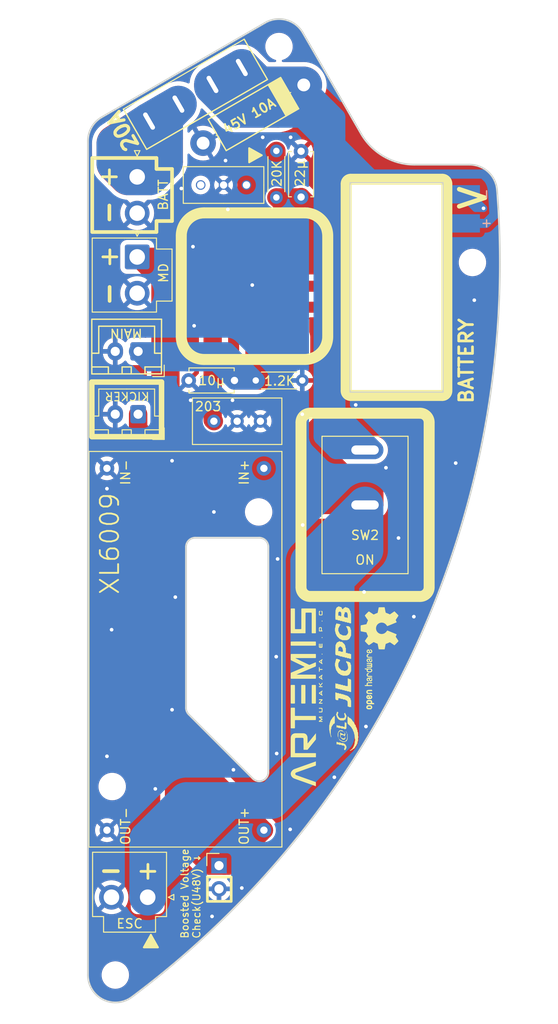
<source format=kicad_pcb>
(kicad_pcb (version 20221018) (generator pcbnew)
  (layers (0 "F.Cu" signal) (31 "B.Cu" signal) (34 "B.Paste" user) (35 "F.Paste" user) (36 "B.SilkS" user "B.Silkscreen") (37 "F.SilkS" user "F.Silkscreen") (38 "B.Mask" user) (39 "F.Mask" user) (44 "Edge.Cuts" user))
  (net 0 "")
  (net 1 "Net-(BT1-+)")
  (net 2 "GND")
  (net 3 "+12V")
  (net 4 "+5V")
  (net 5 "Net-(D1-K)")
  (net 6 "+48V")
  (net 7 "Net-(U1-ON{slash}OFF_CTRL)")
  (net 8 "Net-(U1-TRIM)")
  (footprint "Diode_THT:D_5W_P12.70mm_Horizontal" (layer "F.Cu") (at 155.105262 54.991 -150)
    (fp_text reference "D1" hide)
    (fp_text value "D_Shockley" hide)
  )
  (footprint "_Others:DCDC-murata-6A" (layer "F.Cu") (at 143.633 70.862 -90)
    (fp_text reference "U1" hide)
    (fp_text value "OKL-T_6-W12N-C" hide)
  )
  (footprint "Connector_JST:JST_XH_B2B-XH-A_1x02_P2.50mm_Vertical" (layer "F.Cu") (at 137.009 90.932 180)
    (fp_text reference "J1" hide)
    (fp_text value "Conn_01x02_Socket" hide)
  )
  (footprint "_Others:DS-850k" (layer "F.Cu") (at 161.798 100.838 -90)
    (fp_text reference "SW2")
    (fp_text value "SW_DIP_x01" hide)
  )
  (footprint "Connector_JST:JST_VH_B2P-VH-B_1x02_P3.96mm_Vertical" (layer "F.Cu") (at 136.906 73.764 -90)
    (fp_text reference "J2" hide)
    (fp_text value "Conn_01x02_Socket" hide)
  )
  (footprint "MountingHole:MountingHole_2.5mm" (layer "F.Cu") (at 152.4 50.8)
    (fp_text reference "REF**" hide)
    (fp_text value "MountingHole_2.5mm" hide)
  )
  (footprint "Connector_JST:JST_VH_B2P-VH-B_1x02_P3.96mm_Vertical" (layer "F.Cu") (at 138.0539 143.6536 180)
    (fp_text reference "J2" hide)
    (fp_text value "Conn_01x02_Socket" hide)
  )
  (footprint "Capacitor_THT:C_Disc_D4.7mm_W2.5mm_P5.00mm" (layer "F.Cu") (at 147.534 87.249 180)
    (fp_text reference "C2" hide)
    (fp_text value "10μ" hide)
  )
  (footprint "Resistor_THT:R_Axial_DIN0204_L3.6mm_D1.6mm_P5.08mm_Horizontal" (layer "F.Cu") (at 152.113 67.27 90)
    (fp_text reference "R1" hide)
    (fp_text value "20K" hide)
  )
  (footprint "_Others:JLCPCB" (layer "F.Cu") (at 159.512 119.888 90)
    (fp_text reference "G***" hide)
    (fp_text value "LOGO" hide)
  )
  (footprint "MountingHole:MountingHole_2.5mm" (layer "F.Cu") (at 173.5328 74.3712)
    (fp_text reference "REF**" hide)
    (fp_text value "MountingHole_2.5mm" hide)
  )
  (footprint "Resistor_THT:R_Axial_DIN0204_L3.6mm_D1.6mm_P5.08mm_Horizontal" (layer "F.Cu") (at 149.86 87.249)
    (fp_text reference "R2" hide)
    (fp_text value "1.2K" hide)
  )
  (footprint "Voltage_Counter:voltage_counter" (layer "F.Cu") (at 160.161 77.089 90)
    (fp_text reference "MES1" hide)
    (fp_text value "Voltmeter_DC" hide)
    (fp_line (start -11.43 0) (end 0 0) (stroke (width 0.12)) (layer "Edge.Cuts"))
    (fp_line (start -11.43 10.16) (end -11.43 0) (stroke (width 0.12)) (layer "Edge.Cuts"))
    (fp_line (start 0 0) (end 11.43 0) (stroke (width 0.12)) (layer "Edge.Cuts"))
    (fp_line (start 0 10.16) (end -11.43 10.16) (stroke (width 0.12)) (layer "Edge.Cuts"))
    (fp_line (start 11.43 0) (end 11.43 10.16) (stroke (width 0.12)) (layer "Edge.Cuts"))
    (fp_line (start 11.43 10.16) (end 0 10.16) (stroke (width 0.12)) (layer "Edge.Cuts"))
  )
  (footprint "Artemis_Logo:Artemis_Logo" (layer "F.Cu") (at 154.94 123.19 90)
    (fp_text reference "G***" hide)
    (fp_text value "LOGO" hide)
  )
  (footprint "Potentiometer_THT:Potentiometer_Bourns_3296W_Vertical" (layer "F.Cu") (at 150.368 91.694)
    (fp_text reference "RV1" hide)
    (fp_text value "R_Potentiometer_Trim_US" hide)
  )
  (footprint "Capacitor_THT:C_Disc_D4.7mm_W2.5mm_P5.00mm" (layer "F.Cu") (at 154.813 67.23 90)
    (fp_text reference "C1" hide)
    (fp_text value "22μ" hide)
  )
  (footprint "Fuse_Socket:fuse_socket" (layer "F.Cu") (at 141.999751 53.811295 30)
    (fp_text reference "F1" hide)
    (fp_text value "Fuse" hide)
  )
  (footprint "Connector_PinHeader_2.54mm:PinHeader_1x02_P2.54mm_Vertical" (layer "F.Cu") (at 145.8468 140.203)
    (fp_text reference "J4" hide)
    (fp_text value "Conn_01x02_Socket" hide)
  )
  (footprint "Symbol:OSHW-Logo2_7.3x6mm_SilkScreen" (layer "F.Cu") (at 164.084 114.3 90)
    (fp_text reference "REF**" hide)
    (fp_text value "OSHW-Logo2_7.3x6mm_SilkScreen" hide)
  )
  (footprint "_Others:SW_S" (layer "F.Cu") (at 146.344 65.913 180)
    (fp_text reference "SW1" hide)
    (fp_text value "SW_DIP_x01" hide)
  )
  (footprint "MountingHole:MountingHole_2.5mm" (layer "F.Cu") (at 134.5184 152.146)
    (fp_text reference "REF**" hide)
    (fp_text value "MountingHole_2.5mm" hide)
  )
  (footprint "Connector_JST:JST_XH_B2B-XH-A_1x02_P2.50mm_Vertical" (layer "F.Cu") (at 137.009 84.074 180)
    (fp_text reference "J3" hide)
    (fp_text value "Conn_01x02_Socket" hide)
  )
  (footprint "XL6009:XL6009-Module" (layer "F.Cu") (at 131.6355 94.996 -90)
    (fp_text reference "U2" hide)
    (fp_text value "XL6009-Module")
  )
  (footprint "Connector_JST:JST_VH_B2P-VH_1x02_P3.96mm_Vertical" (layer "F.Cu") (at 136.906 65.024 -90)
    (fp_text reference "BT1" hide)
    (fp_text value "Battery" hide)
  )
  (gr_line (start 140.716 69.844) (end 139.016 69.844) (stroke (width 0.4)) (layer "F.SilkS"))
  (gr_poly (pts (xy 141.224 71.455) (xy 141.605 69.977) (xy 142.367 69.088) (xy 143.256 68.707) (xy 144.224 68.455) (xy 144.224 69.455) (xy 143.256 69.596) (xy 142.621 70.231) (xy 142.24 70.866) (xy 142.224 71.455)) (stroke (width 0.15)) (fill solid) (layer "F.SilkS"))
  (gr_poly (pts (xy 157.224 82.455) (xy 158.224 82.455) (xy 157.861 83.82) (xy 157.226 84.582) (xy 156.337 85.217) (xy 155.224 85.455) (xy 155.224 84.455) (xy 156.083 84.328) (xy 156.845 83.693) (xy 157.226 83.058)) (stroke (width 0.15)) (fill solid) (layer "F.SilkS"))
  (gr_line (start 132.709 81.324) (end 138.809 81.324) (stroke (width 0.15)) (layer "F.SilkS"))
  (gr_line (start 155.224 68.455) (end 144.224 68.455) (stroke (width 0.2)) (layer "F.SilkS"))
  (gr_line (start 139.016 71.044) (end 131.996 71.044) (stroke (width 0.4)) (layer "F.SilkS"))
  (gr_line (start 137.940637 62.020704) (end 151.138865 54.400704) (stroke (width 0.15)) (layer "F.SilkS"))
  (gr_poly (pts (xy 144.224 85.455) (xy 144.224 84.455) (xy 143.129 84.328) (xy 143.002 84.074) (xy 142.494 83.693) (xy 142.24 82.931) (xy 142.224 82.455) (xy 141.224 82.455) (xy 141.478 83.439) (xy 141.986 84.328) (xy 142.621 84.963) (xy 143.383 85.344)) (stroke (width 0.15)) (fill solid) (layer "F.SilkS"))
  (gr_line (start 141.224 71.455) (end 141.224 82.455) (stroke (width 0.2)) (layer "F.SilkS"))
  (gr_arc (start 142.224 71.455) (mid 142.809787 70.040787) (end 144.224 69.455) (stroke (width 0.2)) (layer "F.SilkS"))
  (gr_line (start 157.224 71.455) (end 157.224 82.455) (stroke (width 0.2)) (layer "F.SilkS"))
  (gr_line (start 131.949 80.564) (end 131.949 86.534) (stroke (width 0.15)) (layer "F.SilkS"))
  (gr_arc (start 157.224 82.455) (mid 156.638214 83.869214) (end 155.224 84.455) (stroke (width 0.2)) (layer "F.SilkS"))
  (gr_line (start 140.716 64.164) (end 140.716 69.844) (stroke (width 0.4)) (layer "F.SilkS"))
  (gr_line (start 138.809 84.274) (end 139.559 84.274) (stroke (width 0.15)) (layer "F.SilkS"))
  (gr_line (start 144.224 85.455) (end 155.224 85.455) (stroke (width 0.2)) (layer "F.SilkS"))
  (gr_arc (start 155.224 69.455) (mid 156.638214 70.040786) (end 157.224 71.455) (stroke (width 0.2)) (layer "F.SilkS"))
  (gr_line (start 131.949 86.534) (end 139.559 86.524) (stroke (width 0.15)) (layer "F.SilkS"))
  (gr_line (start 144.663265 58.74493) (end 146.633265 62.15707) (stroke (width 0.15)) (layer "F.SilkS"))
  (gr_line (start 139.569 87.422) (end 139.569 93.392) (stroke (width 0.6)) (layer "F.SilkS"))
  (gr_line (start 131.959 85.774) (end 133.759 85.774) (stroke (width 0.15)) (layer "F.SilkS"))
  (gr_line (start 138.809 81.324) (end 138.809 84.274) (stroke (width 0.15)) (layer "F.SilkS"))
  (gr_line (start 144.224 69.455) (end 155.224 69.455) (stroke (width 0.2)) (layer "F.SilkS"))
  (gr_line (start 151.138865 54.400704) (end 148.598865 50.001295) (stroke (width 0.15)) (layer "F.SilkS"))
  (gr_line (start 139.016 62.964) (end 139.016 64.164) (stroke (width 0.4)) (layer "F.SilkS"))
  (gr_line (start 135.400637 57.621295) (end 137.940637 62.020704) (stroke (width 0.15)) (layer "F.SilkS"))
  (gr_line (start 136.259 85.774) (end 135.259 85.774) (stroke (width 0.15)) (layer "F.SilkS"))
  (gr_line (start 131.949 87.422) (end 139.569 87.422) (stroke (width 0.6)) (layer "F.SilkS"))
  (gr_poly (pts (xy 155.224 84.455) (xy 155.224 85.455) (xy 144.224 85.455) (xy 144.224 84.455)) (stroke (width 0.15)) (fill solid) (layer "F.SilkS"))
  (gr_line (start 131.959 84.274) (end 132.709 84.274) (stroke (width 0.15)) (layer "F.SilkS"))
  (gr_line (start 158.224 82.455) (end 158.224 71.455) (stroke (width 0.2)) (layer "F.SilkS"))
  (gr_line (start 139.016 64.164) (end 140.716 64.164) (stroke (width 0.4)) (layer "F.SilkS"))
  (gr_poly (pts (xy 144.224 68.455) (xy 144.224 69.455) (xy 155.224 69.455) (xy 155.224 68.455)) (stroke (width 0.15)) (fill solid) (layer "F.SilkS"))
  (gr_line (start 142.224 82.455) (end 142.224 71.455) (stroke (width 0.2)) (layer "F.SilkS"))
  (gr_arc (start 144.224 85.455) (mid 142.10268 84.57632) (end 141.224 82.455) (stroke (width 0.2)) (layer "F.SilkS"))
  (gr_line (start 139.569 80.564) (end 131.949 80.564) (stroke (width 0.15)) (layer "F.SilkS"))
  (gr_poly (pts (xy 151.214747 54.96243) (xy 152.578737 54.17493) (xy 154.548737 57.58707) (xy 153.184747 58.37457)) (stroke (width 0.15)) (fill solid) (layer "F.SilkS"))
  (gr_poly (pts (xy 141.224 82.455) (xy 142.224 82.455) (xy 142.224 71.455) (xy 141.224 71.455)) (stroke (width 0.15)) (fill solid) (layer "F.SilkS"))
  (gr_rect (start 144.5768 141.443) (end 147.1768 144.103) (stroke (width 0.3)) (fill none) (layer "F.SilkS"))
  (gr_poly (pts (xy 157.224 71.455) (xy 157.224 82.455) (xy 158.224 82.455) (xy 158.224 71.455)) (stroke (width 0.15)) (fill solid) (layer "F.SilkS"))
  (gr_line (start 131.996 71.044) (end 131.996 62.964) (stroke (width 0.4)) (layer "F.SilkS"))
  (gr_arc (start 155.224 68.455) (mid 157.34532 69.33368) (end 158.224 71.455) (stroke (width 0.2)) (layer "F.SilkS"))
  (gr_line (start 146.633265 62.15707) (end 153.184747 58.37457) (stroke (width 0.15)) (layer "F.SilkS"))
  (gr_line (start 151.214747 54.96243) (end 144.663265 58.74493) (stroke (width 0.15)) (layer "F.SilkS"))
  (gr_line (start 133.759 85.774) (end 133.759 86.524) (stroke (width 0.15)) (layer "F.SilkS"))
  (gr_line (start 136.259 86.524) (end 136.259 85.774) (stroke (width 0.15)) (layer "F.SilkS"))
  (gr_line (start 135.259 85.774) (end 135.259 86.524) (stroke (width 0.15)) (layer "F.SilkS"))
  (gr_arc (start 141.224 71.455) (mid 142.10268 69.33368) (end 144.224 68.455) (stroke (width 0.2)) (layer "F.SilkS"))
  (gr_arc (start 144.224 84.455) (mid 142.809786 83.869214) (end 142.224 82.455) (stroke (width 0.2)) (layer "F.SilkS"))
  (gr_line (start 139.569 93.392) (end 131.959 93.382) (stroke (width 0.6)) (layer "F.SilkS"))
  (gr_line (start 132.709 84.274) (end 132.709 81.324) (stroke (width 0.15)) (layer "F.SilkS"))
  (gr_line (start 137.759 86.524) (end 137.759 85.774) (stroke (width 0.15)) (layer "F.SilkS"))
  (gr_line (start 131.959 93.382) (end 131.949 87.422) (stroke (width 0.6)) (layer "F.SilkS"))
  (gr_poly (pts (xy 155.224 69.455) (xy 155.224 68.455) (xy 156.337 68.707) (xy 157.226 69.215) (xy 157.734 69.85) (xy 158.115 70.612) (xy 158.224 71.455) (xy 157.224 71.455) (xy 157.099 70.739) (xy 156.845 70.104) (xy 156.21 69.596) (xy 155.575 69.469)) (stroke (width 0.15)) (fill solid) (layer "F.SilkS"))
  (gr_line (start 139.559 86.524) (end 139.569 80.564) (stroke (width 0.15)) (layer "F.SilkS"))
  (gr_line (start 137.759 85.774) (end 139.559 85.774) (stroke (width 0.15)) (layer "F.SilkS"))
  (gr_arc (start 158.224 82.455) (mid 157.34532 84.57632) (end 155.224 85.455) (stroke (width 0.2)) (layer "F.SilkS"))
  (gr_line (start 139.016 69.844) (end 139.016 71.044) (stroke (width 0.4)) (layer "F.SilkS"))
  (gr_line (start 155.224 84.455) (end 144.224 84.455) (stroke (width 0.2)) (layer "F.SilkS"))
  (gr_line (start 131.996 62.964) (end 139.016 62.964) (stroke (width 0.4)) (layer "F.SilkS"))
  (gr_line (start 142.24 105.41) (end 142.24 122.995786) (stroke (width 0.2)) (layer "Edge.Cuts"))
  (gr_line (start 142.532893 123.702893) (end 149.532893 130.702893) (stroke (width 0.2)) (layer "Edge.Cuts"))
  (gr_circle (center 134.528222 152.135823) (end 133.428222 152.135823) (stroke (width 0.2)) (fill none) (layer "Edge.Cuts"))
  (gr_arc (start 176.213402 66.457492) (mid 167.621797 115.641052) (end 136.322036 154.54045) (stroke (width 0.2)) (layer "Edge.Cuts"))
  (gr_arc (start 150.24 104.41) (mid 150.947107 104.702893) (end 151.24 105.41) (stroke (width 0.2)) (layer "Edge.Cuts"))
  (gr_line (start 173.222847 63.695354) (end 167.206352 63.695354) (stroke (width 0.2)) (layer "Edge.Cuts"))
  (gr_line (start 131.528222 61.118276) (end 131.528222 152.135823) (stroke (width 0.2)) (layer "Edge.Cuts"))
  (gr_arc (start 142.532893 123.702893) (mid 142.31612 123.37847) (end 142.24 122.995786) (stroke (width 0.2)) (layer "Edge.Cuts"))
  (gr_line (start 161.360681 60.320354) (end 154.998076 49.3) (stroke (width 0.2)) (layer "Edge.Cuts"))
  (gr_arc (start 136.322036 154.54045) (mid 133.183128 154.817375) (end 131.528222 152.135823) (stroke (width 0.2)) (layer "Edge.Cuts"))
  (gr_arc (start 131.528222 61.118276) (mid 131.930146 59.618276) (end 133.028222 58.520199) (stroke (width 0.2)) (layer "Edge.Cuts"))
  (gr_arc (start 173.222847 63.695354) (mid 175.258334 64.49154) (end 176.213402 66.457492) (stroke (width 0.2)) (layer "Edge.Cuts"))
  (gr_line (start 150.24 104.41) (end 143.24 104.41) (stroke (width 0.2)) (layer "Edge.Cuts"))
  (gr_line (start 151.24 129.995786) (end 151.24 105.41) (stroke (width 0.2)) (layer "Edge.Cuts"))
  (gr_line (start 150.9 48.201923) (end 133.028222 58.520199) (stroke (width 0.2)) (layer "Edge.Cuts"))
  (gr_circle (center 152.4 50.8) (end 151.3 50.8) (stroke (width 0.2)) (fill none) (layer "Edge.Cuts"))
  (gr_circle (center 173.528222 74.386225) (end 172.428222 74.386225) (stroke (width 0.2)) (fill none) (layer "Edge.Cuts"))
  (gr_arc (start 167.206352 63.695354) (mid 163.831352 62.791025) (end 161.360681 60.320354) (stroke (width 0.2)) (layer "Edge.Cuts"))
  (gr_arc (start 142.24 105.41) (mid 142.532893 104.702893) (end 143.24 104.41) (stroke (width 0.2)) (layer "Edge.Cuts"))
  (gr_arc (start 150.9 48.201923) (mid 153.176457 47.902222) (end 154.998076 49.3) (stroke (width 0.2)) (layer "Edge.Cuts"))
  (gr_arc (start 151.24 129.995786) (mid 150.622683 130.919666) (end 149.532893 130.702893) (stroke (width 0.2)) (layer "Edge.Cuts"))
  (gr_text "MAIN" (at 137.5664 81.534 -180) (layer "F.SilkS") (effects (font (size 1 1)) (justify left bottom)))
  (gr_text "BATT" (at 140.335 68.7832 90) (layer "F.SilkS") (effects (font (size 1 1)) (justify left bottom)))
  (gr_text "▼" (at 150.744 63.913 90) (layer "F.SilkS") (effects (font (size 1.8 1.8) (thickness 0.2) bold) (justify left bottom)))
  (gr_text "203" (at 143.129 90.678) (layer "F.SilkS") (effects (font (size 1 1)) (justify left bottom)))
  (gr_text "▼" (at 139.6492 147.5232 180) (layer "F.SilkS") (effects (font (size 1.8 1.8) (thickness 0.2) bold) (justify left bottom)))
  (gr_text "MD" (at 140.3675 76.6826 90) (layer "F.SilkS") (effects (font (size 1 1)) (justify left bottom)))
  (gr_text "20A" (at 137.3632 61.6712 120) (layer "F.SilkS") (effects (font (size 1.6 1.6) (thickness 0.35) bold) (justify left bottom)))
  (gr_text "-" (at 135.5344 139.7762 180) (layer "F.SilkS") (effects (font (size 2 2) (thickness 0.4) bold) (justify left bottom)))
  (gr_text "V" (at 175.26 68.834 90) (layer "F.SilkS") (effects (font (size 2.8 2.8) (thickness 0.5) bold) (justify left bottom)))
  (gr_text "45V 10A" (at 146.6088 60.5536 30) (layer "F.SilkS") (effects (font (size 1 1) (thickness 0.2) bold) (justify left bottom)))
  (gr_text "1.2K" (at 150.6728 87.884) (layer "F.SilkS") (effects (font (size 1 1)) (justify left bottom)))
  (gr_text "-" (at 132.8674 76.3016 -90) (layer "F.SilkS") (effects (font (size 2 2) (thickness 0.4) bold) (justify left bottom)))
  (gr_text "KICKER" (at 138.3284 88.4428 -180) (layer "F.SilkS") (effects (font (size 0.9 0.9) (thickness 0.14)) (justify left bottom)))
  (gr_text "+" (at 132.4864 74.7776) (layer "F.SilkS") (effects (font (size 2 2) (thickness 0.3)) (justify left bottom)))
  (gr_text "+" (at 137.0584 139.3952 -90) (layer "F.SilkS") (effects (font (size 2 2) (thickness 0.3)) (justify left bottom)))
  (gr_text "10μ" (at 143.51 87.8332) (layer "F.SilkS") (effects (font (size 1 1)) (justify left bottom)))
  (gr_text "Boosted Voltage\nCheck(U48V) ↓" (at 143.8656 148.2344 90) (layer "F.SilkS") (effects (font (size 0.8 0.8) (thickness 0.13)) (justify left bottom)))
  (gr_text "-" (at 132.842 67.4116 -90) (layer "F.SilkS") (effects (font (size 2 2) (thickness 0.4) bold) (justify left bottom)))
  (gr_text "22μ" (at 155.2956 66.1924 90) (layer "F.SilkS") (effects (font (size 1 1)) (justify left bottom)))
  (gr_text "BATTERY" (at 173.736 89.916 90) (layer "F.SilkS") (effects (font (size 1.5 1.5) (thickness 0.3) bold) (justify left bottom)))
  (gr_text "ESC" (at 134.56 147.126) (layer "F.SilkS") (effects (font (size 1 1)) (justify left bottom)))
  (gr_text "+" (at 132.4356 66.04) (layer "F.SilkS") (effects (font (size 2 2) (thickness 0.3)) (justify left bottom)))
  (gr_text "20K" (at 152.7556 66.1924 90) (layer "F.SilkS") (effects (font (size 1 1)) (justify left bottom)))
  (segment (start 136.906 65.024) (end 136.906 60.233502) (width 4) (layer "F.Cu") (net 1))
  (segment (start 136.906 65.024) (end 135.89 65.024) (width 4) (layer "F.Cu") (net 1))
  (segment (start 139.9032 58.590596) (end 139.9032 63.3984) (width 4) (layer "F.Cu") (net 1))
  (segment (start 138.203502 58.936) (end 141.407796 57.086) (width 4) (layer "F.Cu") (net 1))
  (segment (start 141.407796 57.086) (end 139.9032 58.590596) (width 4) (layer "F.Cu") (net 1))
  (segment (start 135.89 65.024) (end 134.4676 63.6016) (width 4) (layer "F.Cu") (net 1))
  (segment (start 134.4676 63.6016) (end 134.4676 61.3664) (width 4) (layer "F.Cu") (net 1))
  (segment (start 134.4676 61.3664) (end 138.203502 58.936) (width 4) (layer "F.Cu") (net 1))
  (segment (start 139.9032 63.3984) (end 138.2776 65.024) (width 4) (layer "F.Cu") (net 1))
  (segment (start 136.906 60.233502) (end 138.203502 58.936) (width 4) (layer "F.Cu") (net 1))
  (segment (start 138.2776 65.024) (end 136.906 65.024) (width 4) (layer "F.Cu") (net 1))
  (segment (start 139.898051 63.403549) (end 139.898051 60.8584) (width 4) (layer "B.Cu") (net 1))
  (segment (start 141.407796 57.086) (end 139.898051 58.595745) (width 4) (layer "B.Cu") (net 1))
  (segment (start 138.203502 58.936) (end 139.898051 57.957651) (width 4) (layer "B.Cu") (net 1))
  (segment (start 136.906 65.024) (end 135.9408 65.024) (width 4) (layer "B.Cu") (net 1))
  (segment (start 138.2776 65.024) (end 139.898051 63.403549) (width 4) (layer "B.Cu") (net 1))
  (segment (start 136.906 60.233502) (end 138.203502 58.936) (width 4) (layer "B.Cu") (net 1))
  (segment (start 136.906 65.024) (end 138.2776 65.024) (width 4) (layer "B.Cu") (net 1))
  (segment (start 139.898051 57.957651) (end 141.407796 57.086) (width 4) (layer "B.Cu") (net 1))
  (segment (start 136.906 65.024) (end 136.906 60.233502) (width 4) (layer "B.Cu") (net 1))
  (segment (start 135.9408 65.024) (end 134.4676 63.5508) (width 4) (layer "B.Cu") (net 1))
  (segment (start 139.898051 58.595745) (end 139.898051 60.8584) (width 4) (layer "B.Cu") (net 1))
  (segment (start 139.898051 60.8584) (end 139.898051 57.957651) (width 4) (layer "B.Cu") (net 1))
  (segment (start 134.4676 61.4172) (end 138.203502 58.936) (width 4) (layer "B.Cu") (net 1))
  (segment (start 134.4676 63.5508) (end 134.4676 61.4172) (width 4) (layer "B.Cu") (net 1))
  (via (at 152.146 127.9652) (size 0.8) (drill 0.4) (layers "F.Cu" "B.Cu") (net 2))
  (via (at 161.8996 125.0188) (size 0.8) (drill 0.4) (layers "F.Cu" "B.Cu") (net 2))
  (via (at 138.8872 131.826) (size 0.8) (drill 0.4) (layers "F.Cu" "B.Cu") (net 2))
  (via (at 143.002 72.644) (size 0.8) (drill 0.4) (layers "F.Cu" "B.Cu") (net 2))
  (via (at 153.67 60.706) (size 0.8) (drill 0.4) (layers "F.Cu" "B.Cu") (net 2))
  (via (at 173.736 78.486) (size 0.8) (drill 0.4) (layers "F.Cu" "B.Cu") (net 2))
  (via (at 174.74252 68.458551) (size 0.8) (drill 0.4) (layers "F.Cu" "B.Cu") (net 2))
  (via (at 140.716 123.19) (size 0.8) (drill 0.4) (layers "F.Cu" "B.Cu") (net 2))
  (via (at 145.288 101.6) (size 0.8) (drill 0.4) (layers "F.Cu" "B.Cu") (net 2))
  (via (at 164.084 96.774) (size 0.8) (drill 0.4) (layers "F.Cu" "B.Cu") (net 2))
  (via (at 133.604 99.06) (size 0.8) (drill 0.4) (layers "F.Cu" "B.Cu") (net 2))
  (via (at 160.782 89.916) (size 0.8) (drill 0.4) (layers "F.Cu" "B.Cu") (net 2))
  (via (at 149.479 76.835) (size 0.8) (drill 0.4) (layers "F.Cu" "B.Cu") (net 2))
  (via (at 141.0716 110.8964) (size 0.8) (drill 0.4) (layers "F.Cu" "B.Cu") (net 2))
  (via (at 152.0952 117.3988) (size 0.8) (drill 0.4) (layers "F.Cu" "B.Cu") (net 2))
  (via (at 140.716 96.012) (size 0.8) (drill 0.4) (layers "F.Cu" "B.Cu") (net 2))
  (via (at 146.812 68.58) (size 0.8) (drill 0.4) (layers "F.Cu" "B.Cu") (net 2))
  (via (at 153.6192 136.2456) (size 0.8) (drill 0.4) (layers "F.Cu" "B.Cu") (net 2))
  (via (at 145.0848 145.7452) (size 0.8) (drill 0.4) (layers "F.Cu" "B.Cu") (net 2))
  (via (at 165.4556 104.4448) (size 0.8) (drill 0.4) (layers "F.Cu" "B.Cu") (net 2))
  (via (at 142.748 89.408) (size 0.8) (drill 0.4) (layers "F.Cu" "B.Cu") (net 2))
  (via (at 141.732 66.294) (size 0.8) (drill 0.4) (layers "F.Cu" "B.Cu") (net 2))
  (via (at 148.336 142.6464) (size 0.8) (drill 0.4) (layers "F.Cu" "B.Cu") (net 2))
  (via (at 146.558 63.246) (size 0.8) (drill 0.4) (layers "F.Cu" "B.Cu") (net 2))
  (via (at 133.604 128.27) (size 0.8) (drill 0.4) (layers "F.Cu" "B.Cu") (net 2))
  (via (at 150.622 60.706) (size 0.8) (drill 0.4) (layers "F.Cu" "B.Cu") (net 2))
  (via (at 158.4452 130.556) (size 0.8) (drill 0.4) (layers "F.Cu" "B.Cu") (net 2))
  (via (at 143.129 81.28) (size 0.8) (drill 0.4) (layers "F.Cu" "B.Cu") (net 2))
  (via (at 152.2476 106.7308) (size 0.8) (drill 0.4) (layers "F.Cu" "B.Cu") (net 2))
  (via (at 154.9908 103.0224) (size 0.8) (drill 0.4) (layers "F.Cu" "B.Cu") (net 2))
  (via (at 171.704 96.266) (size 0.8) (drill 0.4) (layers "F.Cu" "B.Cu") (net 2))
  (via (at 154.94 90.932) (size 0.8) (drill 0.4) (layers "F.Cu" "B.Cu") (net 2))
  (via (at 167.132 113.03) (size 0.8) (drill 0.4) (layers "F.Cu" "B.Cu") (net 2))
  (via (at 134.112 114.4524) (size 0.8) (drill 0.4) (layers "F.Cu" "B.Cu") (net 2))
  (via (at 147.4216 129.7432) (size 0.8) (drill 0.4) (layers "F.Cu" "B.Cu") (net 2))
  (via (at 161.6964 110.3376) (size 0.8) (drill 0.4) (layers "F.Cu" "B.Cu") (net 2))
  (via (at 147.32 89.408) (size 0.8) (drill 0.4) (layers "F.Cu" "B.Cu") (net 2))
  (segment (start 172.353 66.929) (end 172.734 67.31) (width 0.8) (layer "B.Cu") (net 2))
  (segment (start 174.74252 68.458551) (end 173.882551 68.458551) (width 0.8) (layer "B.Cu") (net 2))
  (segment (start 173.212969 66.929) (end 174.74252 68.458551) (width 0.8) (layer "B.Cu") (net 2))
  (segment (start 172.734 67.31) (end 173.99 67.31) (width 0.8) (layer "B.Cu") (net 2))
  (segment (start 173.882551 68.458551) (end 172.353 66.929) (width 0.8) (layer "B.Cu") (net 2))
  (segment (start 172.353 66.929) (end 173.212969 66.929) (width 0.8) (layer "B.Cu") (net 2))
  (segment (start 158.5976 97.6376) (end 161.798 100.838) (width 2) (layer "F.Cu") (net 3))
  (segment (start 156.8704 73.1012) (end 156.8704 69.2912) (width 2) (layer "F.Cu") (net 3))
  (segment (start 136.906 73.764) (end 140.534 77.392) (width 2) (layer "F.Cu") (net 3))
  (segment (start 152.68725 98.77275) (end 156.54805 98.77275) (width 2) (layer "F.Cu") (net 3))
  (segment (start 158.1404 92.4052) (end 158.1404 93.2688) (width 2) (layer "F.Cu") (net 3))
  (segment (start 156.54805 98.77275) (end 156.7337 98.9584) (width 2) (layer "F.Cu") (net 3))
  (segment (start 155.8309 68.2479) (end 156.8704 69.2874) (width 2) (layer "F.Cu") (net 3))
  (segment (start 140.5636 74.2696) (end 140.058 73.764) (width 2) (layer "F.Cu") (net 3))
  (segment (start 154.94 95.6056) (end 155.0924 95.4532) (width 2) (layer "F.Cu") (net 3))
  (segment (start 150.752 96.8375) (end 144.4371 96.8375) (width 2) (layer "F.Cu") (net 3))
  (segment (start 140.058 73.764) (end 136.906 73.764) (width 2) (layer "F.Cu") (net 3))
  (segment (start 161.798 100.838) (end 162.814 100.838) (width 2) (layer "F.Cu") (net 3))
  (segment (start 136.906 73.764) (end 139.4484 73.764) (width 2) (layer "F.Cu") (net 3))
  (segment (start 155.0162 69.0626) (end 155.0162 71.6534) (width 2) (layer "F.Cu") (net 3))
  (segment (start 156.8704 69.2874) (end 156.8704 69.2912) (width 2) (layer "F.Cu") (net 3))
  (segment (start 156.840056 74.672) (end 158.1404 75.972344) (width 2) (layer "F.Cu") (net 3))
  (segment (start 158.3944 100.838) (end 154.7525 100.838) (width 2) (layer "F.Cu") (net 3))
  (segment (start 154.813 67.23) (end 155.8309 68.2479) (width 2) (layer "F.Cu") (net 3))
  (segment (start 156.6672 73.3044) (end 156.8704 73.1012) (width 2) (layer "F.Cu") (net 3))
  (segment (start 144.344 94.1832) (end 140.534 90.3732) (width 2) (layer "F.Cu") (net 3))
  (segment (start 154.7368 94.1832) (end 144.344 94.1832) (width 2) (layer "F.Cu") (net 3))
  (segment (start 158.1404 70.5612) (end 158.1404 75.972344) (width 2) (layer "F.Cu") (net 3))
  (segment (start 154.7525 100.838) (end 153.72865 99.81415) (width 2) (layer "F.Cu") (net 3))
  (segment (start 154.813 67.23) (end 154.813 71.4502) (width 2) (layer "F.Cu") (net 3))
  (segment (start 144.4371 96.8375) (end 145.6944 98.0948) (width 2) (layer "F.Cu") (net 3))
  (segment (start 158.1404 96.0628) (end 159.8676 97.79) (width 2) (layer "F.Cu") (net 3))
  (segment (start 154.313 71.362) (end 154.313 69.47) (width 2) (layer "F.Cu") (net 3))
  (segment (start 161.8996 97.79) (end 159.8676 97.79) (width 2) (layer "F.Cu") (net 3))
  (segment (start 144.4371 96.8375) (end 143.2052 95.6056) (width 2) (layer "F.Cu") (net 3))
  (segment (start 157.7975 96.8375) (end 158.1404 97.1804) (width 2) (layer "F.Cu") (net 3))
  (segment (start 161.798 100.838) (end 158.3944 100.838) (width 2) (layer "F.Cu") (net 3))
  (segment (start 155.8036 93.1164) (end 155.0924 93.8276) (width 2) (layer "F.Cu") (net 3))
  (segment (start 156.54805 98.77275) (end 158.1404 97.1804) (width 2) (layer "F.Cu") (net 3))
  (segment (start 155.0924 95.4532) (end 155.0924 96.8375) (width 2) (layer "F.Cu") (net 3))
  (segment (start 155.8309 68.2479) (end 155.0162 69.0626) (width 2) (layer "F.Cu") (net 3))
  (segment (start 155.0924 96.8375) (end 156.1592 96.8375) (width 2) (layer "F.Cu") (net 3))
  (segment (start 156.7337 98.9584) (end 159.4104 98.9584) (width 2) (layer "F.Cu") (net 3))
  (segment (start 159.4104 97.79) (end 159.4104 98.9584) (width 2) (layer "F.Cu") (net 3))
  (segment (start 145.6944 98.0948) (end 152.0093 98.0948) (width 2) (layer "F.Cu") (net 3))
  (segment (start 155.0162 71.6534) (end 156.6672 73.3044) (width 2) (layer "F.Cu") (net 3))
  (segment (start 162.814 100.838) (end 162.814 98.7044) (width 2) (layer "F.Cu") (net 3))
  (segment (start 154.313 73.652) (end 155.333 74.672) (width 2) (layer "F.Cu") (net 3))
  (segment (start 155.0924 93.8276) (end 155.0924 95.4532) (width 2) (layer "F.Cu") (net 3))
  (segment (start 159.8676 97.79) (end 159.4104 97.79) (width 2) (layer "F.Cu") (net 3))
  (segment (start 156.8704 69.2912) (end 158.1404 70.5612) (width 2) (layer "F.Cu") (net 3))
  (segment (start 156.85135 94.16415) (end 155.8036 93.1164) (width 2) (layer "F.Cu") (net 3))
  (segment (start 154.313 71.362) (end 154.313 67.73) (width 2) (layer "F.Cu") (net 3))
  (segment (start 159.4104 97.79) (end 158.75 97.79) (width 2) (layer "F.Cu") (net 3))
  (segment (start 158.1404 93.2688) (end 158.1404 97.1804) (width 2) (layer "F.Cu") (net 3))
  (segment (start 158.1404 93.2688) (end 158.1404 96.0628) (width 2) (layer "F.Cu") (net 3))
  (segment (start 158.75 97.79) (end 158.5976 97.6376) (width 2) (layer "F.Cu") (net 3))
  (segment (start 140.534 90.3732) (end 140.534 92.9344) (width 2) (layer "F.Cu") (net 3))
  (segment (start 158.1404 90.7796) (end 154.7368 94.1832) (width 2) (layer "F.Cu") (net 3))
  (segment (start 159.4104 99.822) (end 159.40255 99.81415) (width 2) (layer "F.Cu") (net 3))
  (segment (start 143.2052 95.6056) (end 154.94 95.6056) (width 2) (layer "F.Cu") (net 3))
  (segment (start 158.1404 94.8563) (end 156.85135 96.14535) (width 2) (layer "F.Cu") (net 3))
  (segment (start 155.333 74.672) (end 156.840056 74.672) (width 2) (layer "F.Cu") (net 3))
  (segment (start 159.40255 99.81415) (end 153.72865 99.81415) (width 2) (layer "F.Cu") (net 3))
  (segment (start 152.113 67.27) (end 154.773 67.27) (width 2) (layer "F.Cu") (net 3))
  (segment (start 154.313 67.73) (end 154.813 67.23) (width 2) (layer "F.Cu") (net 3))
  (segment (start 162.814 98.7044) (end 162.3314 98.2218) (width 2) (layer "F.Cu") (net 3))
  (segment (start 159.4104 98.9584) (end 161.5948 98.9584) (width 2) (layer "F.Cu") (net 3))
  (segment (start 140.534 92.9344) (end 141.097 93.4974) (width 2) (layer "F.Cu") (net 3))
  (segment (start 153.72865 99.81415) (end 152.68725 98.77275) (width 2) (layer "F.Cu") (net 3))
  (segment (start 140.5636 74.8792) (end 140.5636 74.2696) (width 2) (layer "F.Cu") (net 3))
  (segment (start 158.1404 71.12) (end 158.1404 88.9508) (width 2) (layer "F.Cu") (net 3))
  (segment (start 159.4104 99.822) (end 158.3944 100.838) (width 2) (layer "F.Cu") (net 3))
  (segment (start 140.534 77.392) (end 140.5636 77.3624) (width 2) (layer "F.Cu") (net 3))
  (segment (start 156.85135 96.14535) (end 156.1592 96.8375) (width 2) (layer "F.Cu") (net 3))
  (segment (start 140.534 77.392) (end 140.534 90.3732) (width 2) (layer "F.Cu") (net 3))
  (segment (start 156.85135 96.14535) (end 156.85135 94.16415) (width 2) (layer "F.Cu") (net 3))
  (segment (start 156.1592 96.8375) (end 157.7975 96.8375) (width 2) (layer "F.Cu") (net 3))
  (segment (start 139.4484 73.764) (end 140.5636 74.8792) (width 2) (layer "F.Cu") (net 3))
  (segment (start 140.5636 77.3624) (end 140.5636 74.2696) (width 2) (layer "F.Cu") (net 3))
  (segment (start 158.1404 97.1804) (end 158.5976 97.6376) (width 2) (layer "F.Cu") (net 3))
  (segment (start 152.0093 98.0948) (end 152.68725 98.77275) (width 2) (layer "F.Cu") (net 3))
  (segment (start 158.1404 92.4052) (end 158.1404 94.8563) (width 2) (layer "F.Cu") (net 3))
  (segment (start 161.5948 98.9584) (end 162.3314 98.2218) (width 2) (layer "F.Cu") (net 3))
  (segment (start 158.1404 88.9508) (end 158.1404 92.4052) (width 2) (layer "F.Cu") (net 3))
  (segment (start 158.1404 90.7796) (end 155.8036 93.1164) (width 2) (layer "F.Cu") (net 3))
  (segment (start 139.456 76.314) (end 136.906 73.764) (width 2) (layer "F.Cu") (net 3))
  (segment (start 162.3314 98.2218) (end 161.8996 97.79) (width 2) (layer "F.Cu") (net 3))
  (segment (start 154.773 67.27) (end 154.813 67.23) (width 2) (layer "F.Cu") (net 3))
  (segment (start 154.813 71.4502) (end 155.0162 71.6534) (width 2) (layer "F.Cu") (net 3))
  (segment (start 139.456 91.8564) (end 139.456 76.314) (width 2) (layer "F.Cu") (net 3))
  (segment (start 150.752 96.8375) (end 155.0924 96.8375) (width 2) (layer "F.Cu") (net 3))
  (segment (start 152.68725 98.77275) (end 150.752 96.8375) (width 2) (layer "F.Cu") (net 3))
  (segment (start 154.313 69.47) (end 152.113 67.27) (width 2) (layer "F.Cu") (net 3))
  (segment (start 154.313 69.47) (end 154.313 73.652) (width 2) (layer "F.Cu") (net 3))
  (segment (start 143.2052 95.6056) (end 139.456 91.8564) (width 2) (layer "F.Cu") (net 3))
  (segment (start 159.4104 98.9584) (end 159.4104 99.822) (width 2) (layer "F.Cu") (net 3))
  (segment (start 158.1404 88.9508) (end 158.1404 90.7796) (width 2) (layer "F.Cu") (net 3))
  (segment (start 151.5872 133.096) (end 155.642 129.0412) (width 4) (layer "B.Cu") (net 3))
  (segment (start 138.0539 143.6536) (end 138.0539 141.8959) (width 4) (layer "B.Cu") (net 3))
  (segment (start 142.2908 133.096) (end 138.0539 137.3329) (width 4) (layer "B.Cu") (net 3))
  (segment (start 149.1996 133.096) (end 151.5872 133.096) (width 4) (layer "B.Cu") (net 3))
  (segment (start 158.6484 126.0348) (end 155.642 129.0412) (width 4) (layer "B.Cu") (net 3))
  (segment (start 155.642 128.838) (end 155.642 111.9124) (width 4) (layer "B.Cu") (net 3))
  (segment (start 155.642 106.994) (end 161.798 100.838) (width 4) (layer "B.Cu") (net 3))
  (segment (start 146.8538 133.096) (end 149.1996 133.096) (width 4) (layer "B.Cu") (net 3))
  (segment (start 155.642 111.9124) (end 158.1612 109.3932) (width 4) (layer "B.Cu") (net 3))
  (segment (start 158.1612 109.3932) (end 161.798 105.7564) (width 4) (layer "B.Cu") (net 3))
  (segment (start 138.0539 141.8959) (end 146.8538 133.096) (width 4) (layer "B.Cu") (net 3))
  (segment (start 155.642 111.9124) (end 155.642 106.994) (width 4) (layer "B.Cu") (net 3))
  (segment (start 158.6484 109.8804) (end 158.6484 126.0348) (width 4) (layer "B.Cu") (net 3))
  (segment (start 138.0539 137.3329) (end 138.0539 143.6536) (width 4) (layer "B.Cu") (net 3))
  (segment (start 155.642 129.0412) (end 155.642 128.838) (width 4) (layer "B.Cu") (net 3))
  (segment (start 161.798 105.7564) (end 161.798 100.838) (width 4) (layer "B.Cu") (net 3))
  (segment (start 158.1612 109.3932) (end 158.6484 109.8804) (width 4) (layer "B.Cu") (net 3))
  (segment (start 149.1996 133.096) (end 142.2908 133.096) (width 4) (layer "B.Cu") (net 3))
  (segment (start 151.825 85.05) (end 149.733 85.05) (width 2) (layer "F.Cu") (net 4))
  (segment (start 151.805 85.05) (end 149.733 87.122) (width 2) (layer "F.Cu") (net 4))
  (segment (start 150.733 81.562) (end 149.733 82.562) (width 2) (layer "F.Cu") (net 4))
  (segment (start 149.733 85.05) (end 149.733 84.997) (width 2) (layer "F.Cu") (net 4))
  (segment (start 153.168 81.562) (end 150.733 81.562) (width 2) (layer "F.Cu") (net 4))
  (segment (start 154.313 82.562) (end 154.313 84.5994) (width 2) (layer "F.Cu") (net 4))
  (segment (start 149.733 84.997) (end 153.168 81.562) (width 2) (layer "F.Cu") (net 4))
  (segment (start 147.534 87.249) (end 149.86 87.249) (width 2) (layer "F.Cu") (net 4))
  (segment (start 154.313 84.5994) (end 151.6634 87.249) (width 2) (layer "F.Cu") (net 4))
  (segment (start 149.733 82.562) (end 149.733 87.122) (width 2) (layer "F.Cu") (net 4))
  (segment (start 149.733 87.122) (end 149.86 87.249) (width 2) (layer "F.Cu") (net 4))
  (segment (start 149.733 85.05) (end 147.534 87.249) (width 2) (layer "F.Cu") (net 4))
  (segment (start 149.733 82.562) (end 149.733 85.05) (width 2) (layer "F.Cu") (net 4))
  (segment (start 151.6634 87.249) (end 149.86 87.249) (width 2) (layer "F.Cu") (net 4))
  (segment (start 151.825 85.05) (end 151.805 85.05) (width 2) (layer "F.Cu") (net 4))
  (segment (start 153.313 81.562) (end 154.313 82.562) (width 2) (layer "F.Cu") (net 4))
  (segment (start 154.313 82.562) (end 151.825 85.05) (width 2) (layer "F.Cu") (net 4))
  (segment (start 153.168 81.562) (end 153.313 81.562) (width 2) (layer "F.Cu") (net 4))
  (segment (start 146.685 84.074) (end 149.86 87.249) (width 2) (layer "B.Cu") (net 4))
  (segment (start 138.184 85.249) (end 137.009 84.074) (width 2) (layer "B.Cu") (net 4))
  (segment (start 138.6332 84.074) (end 137.009 84.074) (width 2) (layer "B.Cu") (net 4))
  (segment (start 147.534 87.249) (end 145.3061 85.0211) (width 2) (layer "B.Cu") (net 4))
  (segment (start 145.3061 85.0211) (end 144.359 84.074) (width 2) (layer "B.Cu") (net 4))
  (segment (start 142.3482 85.249) (end 141.1732 84.074) (width 2) (layer "B.Cu") (net 4))
  (segment (start 144.359 84.074) (end 141.1732 84.074) (width 2) (layer "B.Cu") (net 4))
  (segment (start 141.1732 84.074) (end 138.6332 84.074) (width 2) (layer "B.Cu") (net 4))
  (segment (start 137.009 84.074) (end 146.685 84.074) (width 2) (layer "B.Cu") (net 4))
  (segment (start 147.534 87.249) (end 145.534 85.249) (width 2) (layer "B.Cu") (net 4))
  (segment (start 145.534 85.249) (end 142.3482 85.249) (width 2) (layer "B.Cu") (net 4))
  (segment (start 149.86 87.249) (end 147.534 87.249) (width 2) (layer "B.Cu") (net 4))
  (segment (start 142.3482 85.249) (end 138.184 85.249) (width 2) (layer "B.Cu") (net 4))
  (segment (start 148.336 53.086) (end 150.241 54.991) (width 4) (layer "F.Cu") (net 5))
  (segment (start 145.131706 54.936) (end 150.186 54.936) (width 4) (layer "F.Cu") (net 5))
  (segment (start 152.489062 57.6072) (end 155.105262 54.991) (width 4) (layer "F.Cu") (net 5))
  (segment (start 155.050262 54.936) (end 155.105262 54.991) (width 2) (layer "F.Cu") (net 5))
  (segment (start 152.3492 57.6072) (end 152.489062 57.6072) (width 4) (layer "F.Cu") (net 5))
  (segment (start 150.241 54.991) (end 155.105262 54.991) (width 4) (layer "F.Cu") (net 5))
  (segment (start 152.2984 57.658) (end 152.3492 57.6072) (width 4) (layer "F.Cu") (net 5))
  (segment (start 145.131706 55.136001) (end 147.653705 57.658) (width 4) (layer "F.Cu") (net 5))
  (segment (start 145.131706 54.936) (end 145.131706 55.136001) (width 4) (layer "F.Cu") (net 5))
  (segment (start 147.653705 57.658) (end 152.2984 57.658) (width 4) (layer "F.Cu") (net 5))
  (segment (start 145.131706 54.936) (end 148.336 53.086) (width 4) (layer "F.Cu") (net 5))
  (segment (start 150.186 54.936) (end 150.241 54.991) (width 4) (layer "F.Cu") (net 5))
  (segment (start 155.105262 57.5056) (end 157.619862 57.5056) (width 2) (layer "B.Cu") (net 5))
  (segment (start 155.105262 54.991) (end 155.105262 57.5056) (width 2) (layer "B.Cu") (net 5))
  (segment (start 145.131706 54.936) (end 148.336 53.086) (width 4) (layer "B.Cu") (net 5))
  (segment (start 174.714164 64.7192) (end 162.6108 64.7192) (width 1) (layer "B.Cu") (net 5))
  (segment (start 175.787035 67.498055) (end 175.710233 66.500683) (width 1) (layer "B.Cu") (net 5))
  (segment (start 158.6484 58.534138) (end 157.898938 59.2836) (width 2) (layer "B.Cu") (net 5))
  (segment (start 155.105262 58.890062) (end 157.1752 60.96) (width 2) (layer "B.Cu") (net 5))
  (segment (start 158.6428 91.694) (end 158.6428 94.838) (width 2) (layer "B.Cu") (net 5))
  (segment (start 157.1752 93.3704) (end 158.6428 94.838) (width 2) (layer "B.Cu") (net 5))
  (segment (start 160.0454 62.1538) (end 158.6484 60.7568) (width 1) (layer "B.Cu") (net 5))
  (segment (start 159.9184 62.2808) (end 160.0454 62.1538) (width 1) (layer "B.Cu") (net 5))
  (segment (start 159.9184 63.4492) (end 159.9184 62.2808) (width 1) (layer "B.Cu") (net 5))
  (segment (start 158.6484 60.7568) (end 158.6484 60.5536) (width 1) (layer "B.Cu") (net 5))
  (segment (start 161.798 94.838) (end 162.8084 94.838) (width 2) (layer "B.Cu") (net 5))
  (segment (start 175.710233 66.500683) (end 175.696928 66.358501) (width 1) (layer "B.Cu") (net 5))
  (segment (start 156.972 59.2836) (end 156.2608 59.2836) (width 2) (layer "B.Cu") (net 5))
  (segment (start 175.554015 65.801404) (end 175.436354 65.540424) (width 1) (layer "B.Cu") (net 5))
  (segment (start 147.653704 57.658) (end 155.3464 57.658) (width 4) (layer "B.Cu") (net 5))
  (segment (start 160.9344 63.4492) (end 159.9184 63.4492) (width 1) (layer "B.Cu") (net 5))
  (segment (start 156.2608 59.2836) (end 157.1752 60.198) (width 2) (layer "B.Cu") (net 5))
  (segment (start 175.696928 66.358501) (end 175.641029 66.074144) (width 1) (layer "B.Cu") (net 5))
  (segment (start 145.131706 54.936) (end 145.131706 55.136002) (width 4) (layer "B.Cu") (net 5))
  (segment (start 162.0774 64.1858) (end 160.9344 64.1858) (width 1) (layer "B.Cu") (net 5))
  (segment (start 162.6108 64.7192) (end 160.6296 64.7192) (width 1) (layer "B.Cu") (net 5))
  (segment (start 160.9344 64.1858) (end 160.9344 63.4492) (width 1) (layer "B.Cu") (net 5))
  (segment (start 175.006 70.104) (end 175.889121 69.220879) (width 1) (layer "B.Cu") (net 5))
  (segment (start 160.6296 64.7192) (end 158.6992 64.7192) (width 1) (layer "B.Cu") (net 5))
  (segment (start 162.6108 64.7192) (end 162.0774 64.1858) (width 1) (layer "B.Cu") (net 5))
  (segment (start 155.105262 57.5056) (end 155.105262 58.102338) (width 2) (layer "B.Cu") (net 5))
  (segment (start 158.6484 64.6684) (end 158.6484 90.0176) (width 2) (layer "B.Cu") (net 5))
  (segment (start 175.889121 69.220879) (end 175.787035 67.498055) (width 1) (layer "B.Cu") (net 5))
  (segment (start 158.6428 94.838) (end 161.798 94.838) (width 2) (layer "B.Cu") (net 5))
  (segment (start 158.261131 58.146869) (end 158.6484 58.534138) (width 2) (layer "B.Cu") (net 5))
  (segment (start 160.6296 64.7192) (end 160.0962 64.1858) (width 1) (layer "B.Cu") (net 5))
  (segment (start 172.353 70.104) (end 175.006 70.104) (width 1) (layer "B.Cu") (net 5))
  (segment (start 175.641029 66.074144) (end 175.554015 65.801404) (width 1) (layer "B.Cu") (net 5))
  (segment (start 158.6484 90.0176) (end 158.6484 91.6884) (width 2) (layer "B.Cu") (net 5))
  (segment (start 159.639 63.7286) (end 158.6484 62.738) (width 1) (layer "B.Cu") (net 5))
  (segment (start 160.0962 64.1858) (end 159.639 63.7286) (width 1) (layer "B.Cu") (net 5))
  (segment (start 150.241 54.991) (end 155.105262 54.991) (width 4) (layer "B.Cu") (net 5))
  (segment (start 158.6484 91.6884) (end 161.798 94.838) (width 2) (layer "B.Cu") (net 5))
  (segment (start 158.6992 64.7192) (end 158.6484 64.6684) (width 1) (layer "B.Cu") (net 5))
  (segment (start 157.1752 60.198) (end 157.1752 60.96) (width 2) (layer "B.Cu") (net 5))
  (segment (start 160.9344 63.4492) (end 160.9344 63.0428) (width 1) (layer "B.Cu") (net 5))
  (segment (start 175.436354 65.540424) (end 175.289592 65.294628) (width 1) (layer "B.Cu") (net 5))
  (segment (start 158.6484 90.678) (end 158.6484 90.0176) (width 2) (layer "B.Cu") (net 5))
  (segment (start 160.9344 64.1858) (end 160.0962 64.1858) (width 1) (layer "B.Cu") (net 5))
  (segment (start 162.6108 64.7192) (end 160.5534 62.6618) (width 1) (layer "B.Cu") (net 5))
  (segment (start 155.105262 54.991) (end 155.105262 58.890062) (width 2) (layer "B.Cu") (net 5))
  (segment (start 162.8084 94.838) (end 158.6484 90.678) (width 2) (layer "B.Cu") (net 5))
  (segment (start 157.619862 57.5056) (end 158.261131 58.146869) (width 2) (layer "B.Cu") (net 5))
  (segment (start 155.3464 57.658) (end 156.972 59.2836) (width 4) (layer "B.Cu") (net 5))
  (segment (start 159.9184 63.4492) (end 159.639 63.7286) (width 1) (layer "B.Cu") (net 5))
  (segment (start 155.0924 58.1152) (end 156.2608 59.2836) (width 2) (layer "B.Cu") (net 5))
  (segment (start 160.9344 63.0428) (end 160.5534 62.6618) (width 1) (layer "B.Cu") (net 5))
  (segment (start 148.336 53.086) (end 150.241 54.991) (width 4) (layer "B.Cu") (net 5))
  (segment (start 158.6484 91.6884) (end 158.6428 91.694) (width 2) (layer "B.Cu") (net 5))
  (segment (start 145.131706 55.136002) (end 147.653704 57.658) (width 4) (layer "B.Cu") (net 5))
  (segment (start 158.6484 62.738) (end 158.6484 64.6684) (width 2) (layer "B.Cu") (net 5))
  (segment (start 157.1752 60.96) (end 157.1752 93.3704) (width 2) (layer "B.Cu") (net 5))
  (segment (start 160.5534 62.6618) (end 160.0454 62.1538) (width 1) (layer "B.Cu") (net 5))
  (segment (start 157.898938 59.2836) (end 156.972 59.2836) (width 2) (layer "B.Cu") (net 5))
  (segment (start 158.6484 60.5536) (end 158.6484 62.738) (width 2) (layer "B.Cu") (net 5))
  (segment (start 155.105262 58.102338) (end 155.0924 58.1152) (width 2) (layer "B.Cu") (net 5))
  (segment (start 175.289592 65.294628) (end 174.714164 64.7192) (width 1) (layer "B.Cu") (net 5))
  (segment (start 155.105262 54.991) (end 158.261131 58.146869) (width 2) (layer "B.Cu") (net 5))
  (segment (start 158.6484 58.534138) (end 158.6484 60.5536) (width 2) (layer "B.Cu") (net 5))
  (segment (start 147.7264 136.3345) (end 146.4437 136.3345) (width 2) (layer "F.Cu") (net 6))
  (segment (start 144.775 140.203) (end 140.9319 136.3599) (width 2) (layer "F.Cu") (net 6))
  (segment (start 146.24835 131.83085) (end 144.97835 131.83085) (width 2) (layer "F.Cu") (net 6))
  (segment (start 144.54655 130.12905) (end 144.54655 132.26265) (width 2) (layer "F.Cu") (net 6))
  (segment (start 138.176 127.3556) (end 138.176 128.0668) (width 2) (layer "F.Cu") (net 6))
  (segment (start 137.009 126.8998) (end 137.009 119.9388) (width 2) (layer "F.Cu") (net 6))
  (segment (start 146.24835 133.40565) (end 144.8816 134.7724) (width 2) (layer "F.Cu") (net 6))
  (segment (start 144.97835 131.83085) (end 144.54655 132.26265) (width 2) (layer "F.Cu") (net 6))
  (segment (start 142.24 132.1308) (end 141.5288 131.4196) (width 2) (layer "F.Cu") (net 6))
  (segment (start 146.4056 138.0744) (end 148.1455 136.3345) (width 2) (layer "F.Cu") (net 6))
  (segment (start 137.009 119.9388) (end 137.009 122.5915) (width 2) (layer "F.Cu") (net 6))
  (segment (start 137.009 122.5915) (end 141.26995 126.85245) (width 2) (layer "F.Cu") (net 6))
  (segment (start 143.9672 136.3345) (end 142.9004 136.3345) (width 2) (layer "F.Cu") (net 6))
  (segment (start 144.54655 130.12905) (end 144.24175 130.12905) (width 2) (layer "F.Cu") (net 6))
  (segment (start 148.6916 136.3345) (end 147.7264 136.3345) (width 2) (layer "F.Cu") (net 6))
  (segment (start 140.0302 129.921) (end 139.446 129.3368) (width 2) (layer "F.Cu") (net 6))
  (segment (start 137.6172 124.4092) (end 138.8267 124.4092) (width 2) (layer "F.Cu") (net 6))
  (segment (start 144.54655 132.26265) (end 143.4592 133.35) (width 2) (layer "F.Cu") (net 6))
  (segment (start 142.53995 128.12245) (end 140.7414 129.921) (width 2) (layer "F.Cu") (net 6))
  (segment (start 137.009 90.932) (end 137.009 92.52067) (width 2) (layer "F.Cu") (net 6))
  (segment (start 145.9484 135.8392) (end 144.8816 134.7724) (width 2) (layer "F.Cu") (net 6))
  (segment (start 139.446 128.6764) (end 139.446 129.3368) (width 2) (layer "F.Cu") (net 6))
  (segment (start 148.1455 136.3345) (end 148.6916 136.3345) (width 2) (layer "F.Cu") (net 6))
  (segment (start 147.95015 133.53265) (end 148.78835 134.37085) (width 2) (layer "F.Cu") (net 6))
  (segment (start 139.9032 128.2192) (end 139.446 128.6764) (width 2) (layer "F.Cu") (net 6))
  (segment (start 141.26995 126.85245) (end 142.53995 128.12245) (width 2) (layer "F.Cu") (net 6))
  (segment (start 146.4056 139.2936) (end 143.9672 136.8552) (width 2) (layer "F.Cu") (net 6))
  (segment (start 139.97455 125.55705) (end 141.26995 126.85245) (width 2) (layer "F.Cu") (net 6))
  (segment (start 146.4056 140.203) (end 146.4056 138.0744) (width 2) (layer "F.Cu") (net 6))
  (segment (start 143.30195 128.88445) (end 144.54655 130.12905) (width 2) (layer "F.Cu") (net 6))
  (segment (start 141.5288 130.6576) (end 141.5288 131.4196) (width 2) (layer "F.Cu") (net 6))
  (segment (start 150.752 136.3345) (end 148.6916 136.3345) (width 2) (layer "F.Cu") (net 6))
  (segment (start 143.0528 135.4201) (end 143.9672 136.3345) (width 2) (layer "F.Cu") (net 6))
  (segment (start 137.009 92.52067) (end 138.684 94.19567) (width 2) (layer "F.Cu") (net 6))
  (segment (start 137.009 122.5915) (end 137.6172 123.1997) (width 2) (layer "F.Cu") (net 6))
  (segment (start 139.97455 125.55705) (end 138.176 127.3556) (width 2) (layer "F.Cu") (net 6))
  (segment (start 146.24835 133.40565) (end 145.10535 132.26265) (width 2) (layer "F.Cu") (net 6))
  (segment (start 144.24175 130.12905) (end 143.0528 131.318) (width 2) (layer "F.Cu") (net 6))
  (segment (start 145.10535 132.26265) (end 144.54655 132.26265) (width 2) (layer "F.Cu") (net 6))
  (segment (start 145.9484 135.5344) (end 145.9484 135.8392) (width 2) (layer "F.Cu") (net 6))
  (segment (start 146.24835 131.83085) (end 147.95015 133.53265) (width 2) (layer "F.Cu") (net 6))
  (segment (start 146.24835 131.83085) (end 146.24835 133.40565) (width 2) (layer "F.Cu") (net 6))
  (segment (start 137.6172 124.4092) (end 137.6172 127.508) (width 2) (layer "F.Cu") (net 6))
  (segment (start 143.0528 131.318) (end 142.24 132.1308) (width 2) (layer "F.Cu") (net 6))
  (segment (start 142.53995 128.12245) (end 143.30195 128.88445) (width 2) (layer "F.Cu") (net 6))
  (segment (start 150.752 136.3345) (end 143.9672 136.3345) (width 2) (layer "F.Cu") (net 6))
  (segment (start 146.4056 140.203) (end 144.775 140.203) (width 2) (layer "F.Cu") (net 6))
  (segment (start 146.4437 136.3345) (end 145.9484 135.8392) (width 2) (layer "F.Cu") (net 6))
  (segment (start 144.8816 134.7724) (end 143.4592 133.35) (width 2) (layer "F.Cu") (net 6))
  (segment (start 139.446 129.3368) (end 138.176 128.0668) (width 2) (layer "F.Cu") (net 6))
  (segment (start 148.78835 134.37085) (end 147.7264 135.4328) (width 2) (layer "F.Cu") (net 6))
  (segment (start 138.684 124.2665) (end 139.97455 125.55705) (width 2) (layer "F.Cu") (net 6))
  (segment (start 142.24 132.1308) (end 142.9004 132.7912) (width 2) (layer "F.Cu") (net 6))
  (segment (start 141.5288 131.4196) (end 140.0302 129.921) (width 2) (layer "F.Cu") (net 6))
  (segment (start 140.9319 136.3599) (end 140.9319 136.3345) (width 2) (layer "F.Cu") (net 6))
  (segment (start 147.7264 135.4328) (end 147.7264 136.3345) (width 2) (layer "F.Cu") (net 6))
  (segment (start 142.9004 136.3345) (end 141.986 136.3345) (width 2) (layer "F.Cu") (net 6))
  (segment (start 140.7414 129.921) (end 140.0302 129.921) (width 2) (layer "F.Cu") (net 6))
  (segment (start 140.9319 136.3345) (end 140.9319 129.2479) (width 2) (layer "F.Cu") (net 6))
  (segment (start 141.26995 126.85245) (end 139.9032 128.2192) (width 2) (layer "F.Cu") (net 6))
  (segment (start 141.986 136.3345) (end 140.9319 136.3345) (width 2) (layer "F.Cu") (net 6))
  (segment (start 137.6172 127.508) (end 137.009 126.8998) (width 2) (layer "F.Cu") (net 6))
  (segment (start 143.30195 128.88445) (end 141.5288 130.6576) (width 2) (layer "F.Cu") (net 6))
  (segment (start 143.0528 131.318) (end 143.0528 135.4201) (width 2) (layer "F.Cu") (net 6))
  (segment (start 137.009 90.932) (end 137.009 119.9388) (width 2) (layer "F.Cu") (net 6))
  (segment (start 137.6172 123.1997) (end 137.6172 124.4092) (width 2) (layer "F.Cu") (net 6))
  (segment (start 146.8835 140.203) (end 146.4056 140.203) (width 2) (layer "F.Cu") (net 6))
  (segment (start 143.4592 133.35) (end 142.24 132.1308) (width 2) (layer "F.Cu") (net 6))
  (segment (start 138.8267 124.4092) (end 139.97455 125.55705) (width 2) (layer "F.Cu") (net 6))
  (segment (start 143.9672 136.8552) (end 143.9672 136.3345) (width 2) (layer "F.Cu") (net 6))
  (segment (start 140.9319 129.2479) (end 139.9032 128.2192) (width 2) (layer "F.Cu") (net 6))
  (segment (start 146.4056 140.203) (end 146.4056 139.2936) (width 2) (layer "F.Cu") (net 6))
  (segment (start 142.9004 132.7912) (end 142.9004 136.3345) (width 2) (layer "F.Cu") (net 6))
  (segment (start 147.95015 133.53265) (end 145.9484 135.5344) (width 2) (layer "F.Cu") (net 6))
  (segment (start 138.684 94.19567) (end 138.684 124.2665) (width 2) (layer "F.Cu") (net 6))
  (segment (start 144.54655 130.12905) (end 146.24835 131.83085) (width 2) (layer "F.Cu") (net 6))
  (segment (start 138.176 128.0668) (end 137.6172 127.508) (width 2) (layer "F.Cu") (net 6))
  (segment (start 148.78835 134.37085) (end 150.752 136.3345) (width 2) (layer "F.Cu") (net 6))
  (segment (start 150.752 136.3345) (end 146.8835 140.203) (width 2) (layer "F.Cu") (net 6))
  (segment (start 149.733 64.57) (end 149.733 68.2752) (width 2) (layer "F.Cu") (net 7))
  (segment (start 149.733 64.57) (end 148.844 65.459) (width 2) (layer "F.Cu") (net 7))
  (segment (start 152.113 62.19) (end 152.113 64.0918) (width 2) (layer "F.Cu") (net 7))
  (segment (start 148.844 65.913) (end 149.733 66.802) (width 2) (layer "F.Cu") (net 7))
  (segment (start 148.844 65.459) (end 148.844 65.913) (width 2) (layer "F.Cu") (net 7))
  (segment (start 148.844 65.913) (end 148.844 67.3862) (width 2) (layer "F.Cu") (net 7))
  (segment (start 149.733 68.2752) (end 149.733 71.362) (width 2) (layer "F.Cu") (net 7))
  (segment (start 148.844 67.3862) (end 149.733 68.2752) (width 2) (layer "F.Cu") (net 7))
  (segment (start 149.733 66.4718) (end 149.733 66.802) (width 2) (layer "F.Cu") (net 7))
  (segment (start 149.733 66.802) (end 149.733 67.31) (width 2) (layer "F.Cu") (net 7))
  (segment (start 152.113 62.19) (end 149.733 64.57) (width 2) (layer "F.Cu") (net 7))
  (segment (start 152.113 64.0918) (end 149.733 66.4718) (width 2) (layer "F.Cu") (net 7))
  (segment (start 149.733 67.31) (end 149.733 68.2752) (width 2) (layer "F.Cu") (net 7))
  (segment (start 145.153 82.562) (end 145.153 91.559) (width 2) (layer "F.Cu") (net 8))
  (segment (start 145.153 91.559) (end 145.288 91.694) (width 2) (layer "F.Cu") (net 8))
  (zone (net 2) (net_name "GND") (layers "F&B.Cu") (connect_pads (clearance 0.5)) (min_thickness 0.25) (fill yes (thermal_gap 0.5) (thermal_bridge_width 0.5))
    (polygon (pts (xy 121.92 45.72) (xy 121.92 157.48) (xy 182.88 157.48) (xy 182.88 45.72)))
  )
)
</source>
